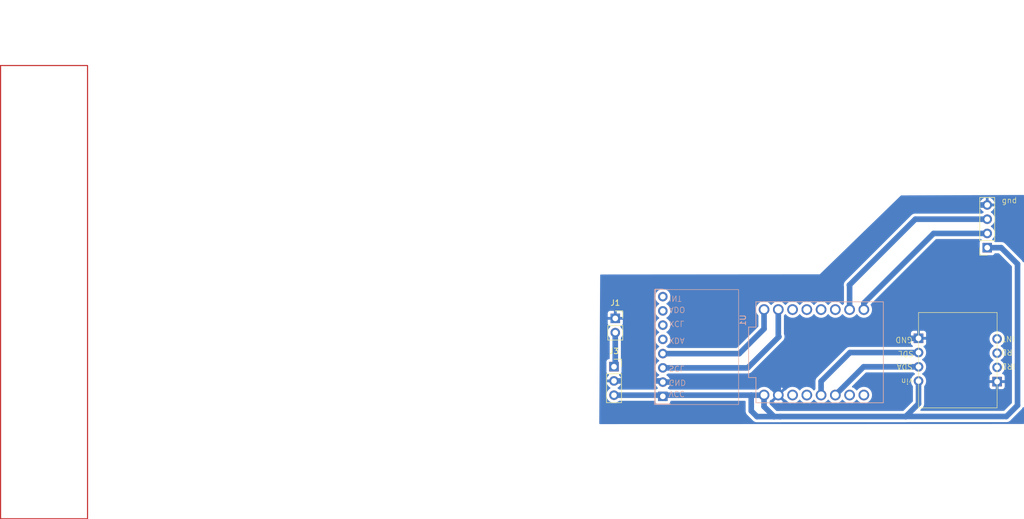
<source format=kicad_pcb>
(kicad_pcb (version 20221018) (generator pcbnew)
  (layers (0 "F.Cu" signal) (31 "B.Cu" signal) (34 "B.Paste" user) (35 "F.Paste" user) (36 "B.SilkS" user "B.Silkscreen") (37 "F.SilkS" user "F.Silkscreen") (38 "B.Mask" user) (39 "F.Mask" user) (44 "Edge.Cuts" user))
  (net 0 "")
  (net 1 "RX")
  (net 2 "TX")
  (net 3 "GND")
  (net 19 "Net-(J1-Pin_2)")
  (net 20 "+5V")
  (net 21 "SCL")
  (net 22 "SDA")
  (net 23 "SDAM")
  (net 24 "SCLM")
  (footprint "Connector_PinSocket_2.54mm:PinSocket_1x04_P2.54mm_Vertical" (layer "F.Cu") (at 225.2 88.11 180)
    (fp_text reference "J2" hide)
    (fp_text value "GPS")
    (fp_line (start -1.33 1.27) (end -1.33 8.95) (stroke (width 0.12)) (layer "F.SilkS"))
    (fp_line (start -1.33 1.27) (end 1.33 1.27) (stroke (width 0.12)) (layer "F.SilkS"))
    (fp_line (start -1.33 8.95) (end 1.33 8.95) (stroke (width 0.12)) (layer "F.SilkS"))
    (fp_line (start 0 -1.33) (end 1.33 -1.33) (stroke (width 0.12)) (layer "F.SilkS"))
    (fp_line (start 1.33 -1.33) (end 1.33 0) (stroke (width 0.12)) (layer "F.SilkS"))
    (fp_line (start 1.33 1.27) (end 1.33 8.95) (stroke (width 0.12)) (layer "F.SilkS"))
    (pad "1" thru_hole rect (at 0 0 180) (size 1.7 1.7) (drill 1) (layers "*.Cu" "*.Mask") (net 20 "+5V"))
    (pad "2" thru_hole oval (at 0 2.54 180) (size 1.7 1.7) (drill 1) (layers "*.Cu" "*.Mask") (net 1 "RX"))
    (pad "3" thru_hole oval (at 0 5.08 180) (size 1.7 1.7) (drill 1) (layers "*.Cu" "*.Mask") (net 2 "TX"))
    (pad "4" thru_hole oval (at 0 7.62 180) (size 1.7 1.7) (drill 1) (layers "*.Cu" "*.Mask") (net 3 "GND"))
  )
  (footprint "Connector_PinSocket_2.54mm:PinSocket_1x03_P2.54mm_Vertical" (layer "F.Cu") (at 158.71 109.33)
    (fp_text reference "J3" (at 0 -2.77) (layer "F.SilkS"))
    (fp_text value "L7805")
    (fp_line (start -1.33 1.27) (end -1.33 6.41) (stroke (width 0.12)) (layer "F.SilkS"))
    (fp_line (start -1.33 1.27) (end 1.33 1.27) (stroke (width 0.12)) (layer "F.SilkS"))
    (fp_line (start -1.33 6.41) (end 1.33 6.41) (stroke (width 0.12)) (layer "F.SilkS"))
    (fp_line (start 0 -1.33) (end 1.33 -1.33) (stroke (width 0.12)) (layer "F.SilkS"))
    (fp_line (start 1.33 -1.33) (end 1.33 0) (stroke (width 0.12)) (layer "F.SilkS"))
    (fp_line (start 1.33 1.27) (end 1.33 6.41) (stroke (width 0.12)) (layer "F.SilkS"))
    (pad "1" thru_hole rect (at 0 0) (size 1.7 1.7) (drill 1) (layers "*.Cu" "*.Mask") (net 19 "Net-(J1-Pin_2)"))
    (pad "2" thru_hole oval (at 0 2.54) (size 1.7 1.7) (drill 1) (layers "*.Cu" "*.Mask") (net 3 "GND"))
    (pad "3" thru_hole oval (at 0 5.08) (size 1.7 1.7) (drill 1) (layers "*.Cu" "*.Mask") (net 20 "+5V"))
  )
  (footprint "Connector_PinSocket_2.54mm:PinSocket_1x02_P2.54mm_Vertical" (layer "F.Cu") (at 158.9382 100.714)
    (fp_text reference "J1" (at 0 -2.77) (layer "F.SilkS"))
    (fp_text value "7.4")
    (fp_line (start -1.33 1.27) (end -1.33 3.87) (stroke (width 0.12)) (layer "F.SilkS"))
    (fp_line (start -1.33 1.27) (end 1.33 1.27) (stroke (width 0.12)) (layer "F.SilkS"))
    (fp_line (start -1.33 3.87) (end 1.33 3.87) (stroke (width 0.12)) (layer "F.SilkS"))
    (fp_line (start 0 -1.33) (end 1.33 -1.33) (stroke (width 0.12)) (layer "F.SilkS"))
    (fp_line (start 1.33 -1.33) (end 1.33 0) (stroke (width 0.12)) (layer "F.SilkS"))
    (fp_line (start 1.33 1.27) (end 1.33 3.87) (stroke (width 0.12)) (layer "F.SilkS"))
    (pad "1" thru_hole rect (at 0 0) (size 1.7 1.7) (drill 1) (layers "*.Cu" "*.Mask") (net 3 "GND"))
    (pad "2" thru_hole oval (at 0 2.54) (size 1.7 1.7) (drill 1) (layers "*.Cu" "*.Mask") (net 19 "Net-(J1-Pin_2)"))
  )
  (footprint "HUELLAS MIAS:Max30102" (layer "F.Cu") (at 220.96 109.47 90)
    (fp_text reference "U2" hide)
    (fp_text value "~")
    (fp_text user "GND" (at 5.52 -9 180 unlocked) (layer "F.SilkS") (effects (font (thickness 0.1)) (justify left bottom)))
    (fp_text user "vin" (at -1.88 -8.9 180 unlocked) (layer "F.SilkS") (effects (font (thickness 0.1)) (justify left bottom)))
    (fp_text user "IRD" (at 0.8 9.3 180 unlocked) (layer "F.SilkS") (effects (font (thickness 0.1)) (justify left bottom)))
    (fp_text user "SDL" (at 3.02 -8.8 180 unlocked) (layer "F.SilkS") (effects (font (thickness 0.1)) (justify left bottom)))
    (fp_text user "SDA" (at 0.72 -9 180 unlocked) (layer "F.SilkS") (effects (font (thickness 0.1)) (justify left bottom)))
    (fp_text user "gnd" (at 29.22 6.77 unlocked) (layer "F.SilkS") (effects (font (thickness 0.1)) (justify left bottom)))
    (fp_text user "RD" (at 3.3 8.8 180 unlocked) (layer "F.SilkS") (effects (font (thickness 0.1)) (justify left bottom)))
    (fp_text user "INT" (at 5.7 9.2 180 unlocked) (layer "F.SilkS") (effects (font (thickness 0.1)) (justify left bottom)))
    (fp_rect (start 9.8 6) (end -7.2 -8) (stroke (width 0.1)) (fill none) (layer "F.SilkS"))
    (pad "1" thru_hole rect (at 5.2 -8) (size 1.7 1.7) (drill 1) (layers "*.Cu" "*.Mask") (net 3 "GND"))
    (pad "2" thru_hole oval (at 2.66 -8) (size 1.7 1.7) (drill 1) (layers "*.Cu" "*.Mask") (net 24 "SCLM"))
    (pad "3" thru_hole oval (at 0.12 -8) (size 1.7 1.7) (drill 1) (layers "*.Cu" "*.Mask") (net 23 "SDAM"))
    (pad "4" thru_hole oval (at -2.42 -8) (size 1.7 1.7) (drill 1) (layers "*.Cu" "*.Mask") (net 20 "+5V"))
    (pad "5" thru_hole rect (at -2.52 6 180) (size 1.7 1.7) (drill 1) (layers "*.Cu" "*.Mask") (net 3 "GND"))
    (pad "6" thru_hole oval (at 0.02 6 180) (size 1.7 1.7) (drill 1) (layers "*.Cu" "*.Mask"))
    (pad "7" thru_hole oval (at 2.56 6 180) (size 1.7 1.7) (drill 1) (layers "*.Cu" "*.Mask"))
    (pad "8" thru_hole oval (at 5.1 6 180) (size 1.7 1.7) (drill 1) (layers "*.Cu" "*.Mask"))
  )
  (footprint "ESP32-C3_SUPERMINI_TH:MODULE_ESP32-C3_SUPERMINI" (layer "B.Cu") (at 195.3414 106.7666 -90)
    (fp_text reference "U1" (at -5.715 13.6525 90) (layer "B.SilkS") (effects (justify mirror)))
    (fp_text value "ESP32-C3_SUPERMINI_TH")
    (fp_line (start -9 -11.35) (end -9 11.35) (stroke (width 0.127)) (layer "B.SilkS"))
    (fp_line (start -4.5 11.35) (end -9 11.35) (stroke (width 0.127)) (layer "B.SilkS"))
    (fp_line (start -4.5 12.65) (end -4.5 11.35) (stroke (width 0.127)) (layer "B.SilkS"))
    (fp_line (start 4.5 12.65) (end -4.5 12.65) (stroke (width 0.127)) (layer "B.SilkS"))
    (fp_line (start 4.5 12.65) (end 4.5 11.35) (stroke (width 0.127)) (layer "B.SilkS"))
    (fp_line (start 9 -11.35) (end -9 -11.35) (stroke (width 0.127)) (layer "B.SilkS"))
    (fp_line (start 9 -11.35) (end 9 11.35) (stroke (width 0.127)) (layer "B.SilkS"))
    (fp_line (start 9 11.35) (end 4.5 11.35) (stroke (width 0.127)) (layer "B.SilkS"))
    (pad "0" thru_hole circle (at 7.62 -7.88 270) (size 1.905 1.905) (drill 1.27) (layers "*.Cu" "*.Mask"))
    (pad "1" thru_hole circle (at 7.62 -5.34 270) (size 1.905 1.905) (drill 1.27) (layers "*.Cu" "*.Mask"))
    (pad "2" thru_hole circle (at 7.62 -2.8 270) (size 1.905 1.905) (drill 1.27) (layers "*.Cu" "*.Mask") (net 23 "SDAM"))
    (pad "3" thru_hole circle (at 7.62 -0.26 270) (size 1.905 1.905) (drill 1.27) (layers "*.Cu" "*.Mask") (net 24 "SCLM"))
    (pad "3.3" thru_hole circle (at 7.62 4.82 270) (size 1.905 1.905) (drill 1.27) (layers "*.Cu" "*.Mask"))
    (pad "4" thru_hole circle (at 7.62 2.28 270) (size 1.905 1.905) (drill 1.27) (layers "*.Cu" "*.Mask"))
    (pad "5" thru_hole circle (at -7.62 9.9 270) (size 1.905 1.905) (drill 1.27) (layers "*.Cu" "*.Mask") (net 22 "SDA"))
    (pad "5V" thru_hole circle (at 7.62 9.9 270) (size 1.905 1.905) (drill 1.27) (layers "*.Cu" "*.Mask") (net 20 "+5V"))
    (pad "6" thru_hole circle (at -7.62 7.36 270) (size 1.905 1.905) (drill 1.27) (layers "*.Cu" "*.Mask") (net 21 "SCL"))
    (pad "7" thru_hole circle (at -7.62 4.82 270) (size 1.905 1.905) (drill 1.27) (layers "*.Cu" "*.Mask"))
    (pad "8" thru_hole circle (at -7.62 2.28 270) (size 1.905 1.905) (drill 1.27) (layers "*.Cu" "*.Mask"))
    (pad "9" thru_hole circle (at -7.62 -0.26 270) (size 1.905 1.905) (drill 1.27) (layers "*.Cu" "*.Mask"))
    (pad "10" thru_hole circle (at -7.62 -2.8 270) (size 1.905 1.905) (drill 1.27) (layers "*.Cu" "*.Mask"))
    (pad "20" thru_hole circle (at -7.62 -5.34 270) (size 1.905 1.905) (drill 1.27) (layers "*.Cu" "*.Mask") (net 2 "TX"))
    (pad "21" thru_hole circle (at -7.62 -7.88 270) (size 1.905 1.905) (drill 1.27) (layers "*.Cu" "*.Mask") (net 1 "RX"))
    (pad "G" thru_hole circle (at 7.62 7.36 270) (size 1.905 1.905) (drill 1.27) (layers "*.Cu" "*.Mask") (net 3 "GND"))
  )
  (footprint "HUELLAS MIAS:MPU6050" (layer "B.Cu") (at 173.91 106.58)
    (fp_text reference "MPU1" hide)
    (fp_text value "~")
    (fp_text user "INT" (at -5.5 -10 180 unlocked) (layer "B.SilkS") (effects (font (thickness 0.1)) (justify left bottom mirror)))
    (fp_text user "XCL" (at -5.5 -5.5 180 unlocked) (layer "B.SilkS") (effects (font (thickness 0.1)) (justify left bottom mirror)))
    (fp_text user "ADO" (at -5.5 -8 180 unlocked) (layer "B.SilkS") (effects (font (thickness 0.1)) (justify left bottom mirror)))
    (fp_text user "SCL" (at -5.5 2.5 180 unlocked) (layer "B.SilkS") (effects (font (thickness 0.1)) (justify left bottom mirror)))
    (fp_text user "VCC" (at -5.5 7 180 unlocked) (layer "B.SilkS") (effects (font (thickness 0.1)) (justify left bottom mirror)))
    (fp_text user "XDA" (at -5.5 -2.5 180 unlocked) (layer "B.SilkS") (effects (font (thickness 0.1)) (justify left bottom mirror)))
    (fp_text user "GND" (at -5.5 5 180 unlocked) (layer "B.SilkS") (effects (font (thickness 0.1)) (justify left bottom mirror)))
    (fp_line (start -7.83 -11.07) (end -7.83 -9.74) (stroke (width 0.12)) (layer "B.SilkS"))
    (fp_line (start -7.83 -8.47) (end -7.83 9.37) (stroke (width 0.12)) (layer "B.SilkS"))
    (fp_line (start -7.83 6.77) (end -7.83 -11.07) (stroke (width 0.12)) (layer "B.SilkS"))
    (fp_line (start -6.5 -11.07) (end -7.83 -11.07) (stroke (width 0.12)) (layer "B.SilkS"))
    (fp_line (start -5.17 9.37) (end -7.83 9.37) (stroke (width 0.12)) (layer "B.SilkS"))
    (fp_rect (start -8 9.5) (end 7 -11) (stroke (width 0.1)) (fill none) (layer "B.SilkS"))
    (pad "1" thru_hole rect (at -6.5 8.04) (size 1.7 1.7) (drill 1) (layers "*.Cu" "*.Mask") (net 20 "+5V"))
    (pad "2" thru_hole oval (at -6.5 5.5) (size 1.7 1.7) (drill 1) (layers "*.Cu" "*.Mask") (net 3 "GND"))
    (pad "3" thru_hole oval (at -6.5 2.96) (size 1.7 1.7) (drill 1) (layers "*.Cu" "*.Mask") (net 21 "SCL"))
    (pad "4" thru_hole oval (at -6.5 0.42) (size 1.7 1.7) (drill 1) (layers "*.Cu" "*.Mask") (net 22 "SDA"))
    (pad "5" thru_hole oval (at -6.5 -2.12) (size 1.7 1.7) (drill 1) (layers "*.Cu" "*.Mask"))
    (pad "6" thru_hole oval (at -6.5 -4.66) (size 1.7 1.7) (drill 1) (layers "*.Cu" "*.Mask"))
    (pad "7" thru_hole oval (at -6.5 -7.2) (size 1.7 1.7) (drill 1) (layers "*.Cu" "*.Mask"))
    (pad "8" thru_hole oval (at -6.5 -9.74) (size 1.7 1.7) (drill 1) (layers "*.Cu" "*.Mask"))
  )
  (gr_rect (start 49.4284 55.626) (end 64.9224 136.4488) (stroke (width 0.2)) (fill none) (layer "F.Cu"))
  (segment (start 215.65 85.57) (end 203.2214 97.9986) (width 1) (layer "B.Cu") (net 1))
  (segment (start 203.2214 97.9986) (end 203.2214 99.1466) (width 1) (layer "B.Cu") (net 1))
  (segment (start 225.2 85.57) (end 215.65 85.57) (width 1) (layer "B.Cu") (net 1))
  (segment (start 203.2 99.1252) (end 203.2214 99.1466) (width 1) (layer "B.Cu") (net 1))
  (segment (start 200.65 94.77) (end 200.6814 94.8014) (width 1) (layer "B.Cu") (net 2))
  (segment (start 200.66 99.1252) (end 200.6814 99.1466) (width 1) (layer "B.Cu") (net 2))
  (segment (start 225.2 83.03) (end 212.39 83.03) (width 1) (layer "B.Cu") (net 2))
  (segment (start 212.39 83.03) (end 200.65 94.77) (width 1) (layer "B.Cu") (net 2))
  (segment (start 200.6814 94.8014) (end 200.6814 99.1466) (width 1) (layer "B.Cu") (net 2))
  (segment (start 196.47 94.39) (end 210.37 80.49) (width 1) (layer "B.Cu") (net 3))
  (segment (start 158.71 111.87) (end 162.44 111.87) (width 1) (layer "B.Cu") (net 3))
  (segment (start 187.9814 114.1014) (end 185.96 112.08) (width 1) (layer "B.Cu") (net 3))
  (segment (start 162.44 111.87) (end 162.44 95.17) (width 1) (layer "B.Cu") (net 3))
  (segment (start 227.05 112.08) (end 226.96 111.99) (width 1) (layer "B.Cu") (net 3))
  (segment (start 185.96 112.08) (end 167.41 112.08) (width 1) (layer "B.Cu") (net 3))
  (segment (start 210.37 80.49) (end 225.2 80.49) (width 1) (layer "B.Cu") (net 3))
  (segment (start 162.44 111.87) (end 167.2 111.87) (width 1) (layer "B.Cu") (net 3))
  (segment (start 187.9814 114.3866) (end 187.9814 111.0886) (width 1) (layer "B.Cu") (net 3))
  (segment (start 167.2 111.87) (end 167.41 112.08) (width 1) (layer "B.Cu") (net 3))
  (segment (start 187.9814 114.3866) (end 187.9814 114.1014) (width 1) (layer "B.Cu") (net 3))
  (segment (start 162.44 95.17) (end 163.22 94.39) (width 1) (layer "B.Cu") (net 3))
  (segment (start 187.9814 111.0886) (end 194.8 104.27) (width 1) (layer "B.Cu") (net 3))
  (segment (start 163.22 94.39) (end 196.47 94.39) (width 1) (layer "B.Cu") (net 3))
  (segment (start 194.8 104.27) (end 212.96 104.27) (width 1) (layer "B.Cu") (net 3))
  (segment (start 158.9382 103.254) (end 158.9382 109.1018) (width 1) (layer "B.Cu") (net 19))
  (segment (start 158.9382 109.1018) (end 158.71 109.33) (width 1) (layer "B.Cu") (net 19))
  (segment (start 185.418 114.41) (end 185.4414 114.3866) (width 1) (layer "B.Cu") (net 20))
  (segment (start 210.69 118.21) (end 228.61 118.21) (width 1) (layer "B.Cu") (net 20))
  (segment (start 210.945 117.955) (end 210.68 118.22) (width 1) (layer "B.Cu") (net 20))
  (segment (start 183.16 117.21) (end 184.18 118.23) (width 1) (layer "B.Cu") (net 20))
  (segment (start 158.71 114.41) (end 183.16 114.41) (width 1) (layer "B.Cu") (net 20))
  (segment (start 184.18 118.23) (end 187.23 118.23) (width 1) (layer "B.Cu") (net 20))
  (segment (start 230.6 116.22) (end 230.6 91.02) (width 1) (layer "B.Cu") (net 20))
  (segment (start 188.34 118.22) (end 188.33 118.23) (width 1) (layer "B.Cu") (net 20))
  (segment (start 188.33 118.23) (end 187.23 118.23) (width 1) (layer "B.Cu") (net 20))
  (segment (start 212.96 115.94) (end 210.945 117.955) (width 1) (layer "B.Cu") (net 20))
  (segment (start 210.68 118.22) (end 210.69 118.21) (width 1) (layer "B.Cu") (net 20))
  (segment (start 210.68 118.22) (end 188.34 118.22) (width 1) (layer "B.Cu") (net 20))
  (segment (start 227.69 88.11) (end 225.2 88.11) (width 1) (layer "B.Cu") (net 20))
  (segment (start 185.4414 116.4414) (end 185.4414 114.3866) (width 1) (layer "B.Cu") (net 20))
  (segment (start 187.23 118.23) (end 185.4414 116.4414) (width 1) (layer "B.Cu") (net 20))
  (segment (start 212.96 111.89) (end 212.96 115.94) (width 1) (layer "B.Cu") (net 20))
  (segment (start 228.61 118.21) (end 230.6 116.22) (width 1) (layer "B.Cu") (net 20))
  (segment (start 230.6 91.02) (end 227.69 88.11) (width 1) (layer "B.Cu") (net 20))
  (segment (start 183.16 114.41) (end 183.16 117.21) (width 1) (layer "B.Cu") (net 20))
  (segment (start 183.16 114.41) (end 185.418 114.41) (width 1) (layer "B.Cu") (net 20))
  (segment (start 188.09 103.98) (end 187.9814 103.8714) (width 1) (layer "B.Cu") (net 21))
  (segment (start 167.41 109.54) (end 182.53 109.54) (width 1) (layer "B.Cu") (net 21))
  (segment (start 187.9814 103.8714) (end 187.9814 99.1466) (width 1) (layer "B.Cu") (net 21))
  (segment (start 182.53 109.54) (end 188.09 103.98) (width 1) (layer "B.Cu") (net 21))
  (segment (start 167.41 107) (end 181.02 107) (width 1) (layer "B.Cu") (net 22))
  (segment (start 181.02 107) (end 185.4414 102.5786) (width 1) (layer "B.Cu") (net 22))
  (segment (start 185.4414 102.5786) (end 185.4414 99.1466) (width 1) (layer "B.Cu") (net 22))
  (segment (start 203.178 109.35) (end 198.1414 114.3866) (width 1) (layer "B.Cu") (net 23))
  (segment (start 212.96 109.35) (end 203.178 109.35) (width 1) (layer "B.Cu") (net 23))
  (segment (start 195.6014 111.9486) (end 195.6014 114.3866) (width 1) (layer "B.Cu") (net 24))
  (segment (start 212.96 106.81) (end 200.74 106.81) (width 1) (layer "B.Cu") (net 24))
  (segment (start 200.74 106.81) (end 195.6014 111.9486) (width 1) (layer "B.Cu") (net 24))
  (zone (net 3) (net_name "GND") (layer "B.Cu") (connect_pads (clearance 0.5)) (min_thickness 0.25) (fill yes (thermal_gap 0.5) (thermal_bridge_width 0.5))
    (polygon (pts (xy 156.25 92.89) (xy 195.36 92.86) (xy 209.84 78.79) (xy 231.77 78.71) (xy 231.76 119.55) (xy 156.08 119.57)))
  )
)
</source>
